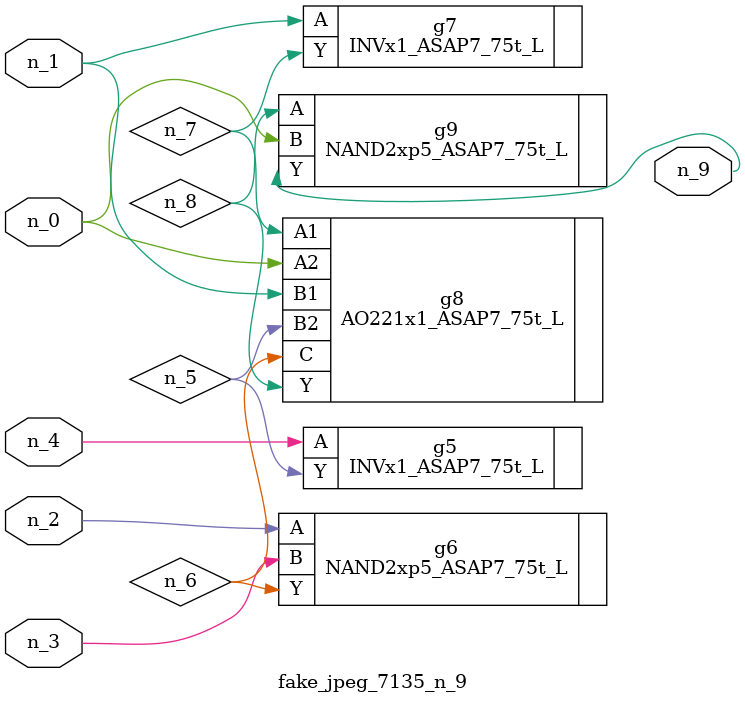
<source format=v>
module fake_jpeg_7135_n_9 (n_3, n_2, n_1, n_0, n_4, n_9);

input n_3;
input n_2;
input n_1;
input n_0;
input n_4;

output n_9;

wire n_8;
wire n_6;
wire n_5;
wire n_7;

INVx1_ASAP7_75t_L g5 ( 
.A(n_4),
.Y(n_5)
);

NAND2xp5_ASAP7_75t_L g6 ( 
.A(n_2),
.B(n_3),
.Y(n_6)
);

INVx1_ASAP7_75t_L g7 ( 
.A(n_1),
.Y(n_7)
);

AO221x1_ASAP7_75t_L g8 ( 
.A1(n_7),
.A2(n_0),
.B1(n_1),
.B2(n_5),
.C(n_6),
.Y(n_8)
);

NAND2xp5_ASAP7_75t_L g9 ( 
.A(n_8),
.B(n_0),
.Y(n_9)
);


endmodule
</source>
